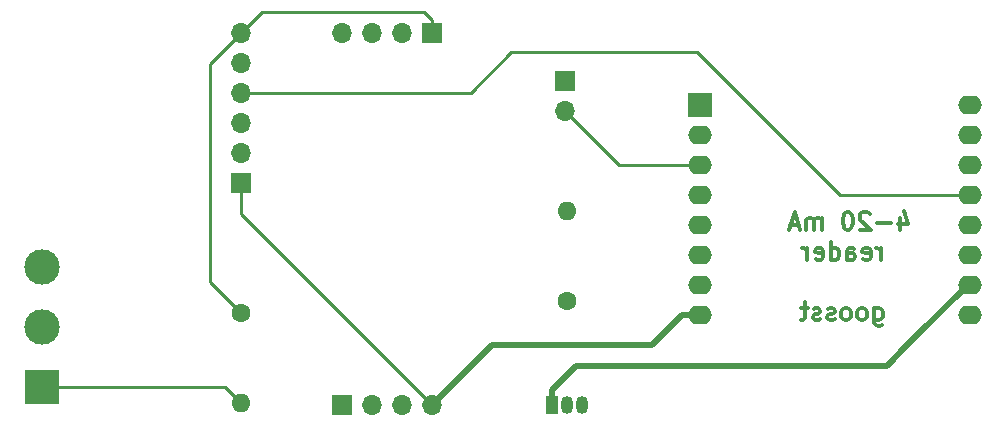
<source format=gbr>
G04 #@! TF.GenerationSoftware,KiCad,Pcbnew,5.1.4+dfsg1-1*
G04 #@! TF.CreationDate,2020-04-10T15:29:50+02:00*
G04 #@! TF.ProjectId,fubar,66756261-722e-46b6-9963-61645f706362,rev?*
G04 #@! TF.SameCoordinates,Original*
G04 #@! TF.FileFunction,Copper,L2,Bot*
G04 #@! TF.FilePolarity,Positive*
%FSLAX46Y46*%
G04 Gerber Fmt 4.6, Leading zero omitted, Abs format (unit mm)*
G04 Created by KiCad (PCBNEW 5.1.4+dfsg1-1) date 2020-04-10 15:29:50*
%MOMM*%
%LPD*%
G04 APERTURE LIST*
%ADD10C,0.300000*%
%ADD11O,1.700000X1.700000*%
%ADD12R,1.700000X1.700000*%
%ADD13O,1.050000X1.500000*%
%ADD14R,1.050000X1.500000*%
%ADD15R,3.000000X3.000000*%
%ADD16C,3.000000*%
%ADD17O,2.000000X1.600000*%
%ADD18R,2.000000X2.000000*%
%ADD19C,1.600000*%
%ADD20O,1.600000X1.600000*%
%ADD21C,0.800000*%
%ADD22C,0.250000*%
%ADD23C,0.500000*%
G04 APERTURE END LIST*
D10*
X201072142Y-79419571D02*
X201072142Y-80419571D01*
X201429285Y-78848142D02*
X201786428Y-79919571D01*
X200857857Y-79919571D01*
X200286428Y-79848142D02*
X199143571Y-79848142D01*
X198500714Y-79062428D02*
X198429285Y-78991000D01*
X198286428Y-78919571D01*
X197929285Y-78919571D01*
X197786428Y-78991000D01*
X197715000Y-79062428D01*
X197643571Y-79205285D01*
X197643571Y-79348142D01*
X197715000Y-79562428D01*
X198572142Y-80419571D01*
X197643571Y-80419571D01*
X196715000Y-78919571D02*
X196572142Y-78919571D01*
X196429285Y-78991000D01*
X196357857Y-79062428D01*
X196286428Y-79205285D01*
X196215000Y-79491000D01*
X196215000Y-79848142D01*
X196286428Y-80133857D01*
X196357857Y-80276714D01*
X196429285Y-80348142D01*
X196572142Y-80419571D01*
X196715000Y-80419571D01*
X196857857Y-80348142D01*
X196929285Y-80276714D01*
X197000714Y-80133857D01*
X197072142Y-79848142D01*
X197072142Y-79491000D01*
X197000714Y-79205285D01*
X196929285Y-79062428D01*
X196857857Y-78991000D01*
X196715000Y-78919571D01*
X194429285Y-80419571D02*
X194429285Y-79419571D01*
X194429285Y-79562428D02*
X194357857Y-79491000D01*
X194215000Y-79419571D01*
X194000714Y-79419571D01*
X193857857Y-79491000D01*
X193786428Y-79633857D01*
X193786428Y-80419571D01*
X193786428Y-79633857D02*
X193715000Y-79491000D01*
X193572142Y-79419571D01*
X193357857Y-79419571D01*
X193215000Y-79491000D01*
X193143571Y-79633857D01*
X193143571Y-80419571D01*
X192500714Y-79991000D02*
X191786428Y-79991000D01*
X192643571Y-80419571D02*
X192143571Y-78919571D01*
X191643571Y-80419571D01*
X199429285Y-82969571D02*
X199429285Y-81969571D01*
X199429285Y-82255285D02*
X199357857Y-82112428D01*
X199286428Y-82041000D01*
X199143571Y-81969571D01*
X199000714Y-81969571D01*
X197929285Y-82898142D02*
X198072142Y-82969571D01*
X198357857Y-82969571D01*
X198500714Y-82898142D01*
X198572142Y-82755285D01*
X198572142Y-82183857D01*
X198500714Y-82041000D01*
X198357857Y-81969571D01*
X198072142Y-81969571D01*
X197929285Y-82041000D01*
X197857857Y-82183857D01*
X197857857Y-82326714D01*
X198572142Y-82469571D01*
X196572142Y-82969571D02*
X196572142Y-82183857D01*
X196643571Y-82041000D01*
X196786428Y-81969571D01*
X197072142Y-81969571D01*
X197215000Y-82041000D01*
X196572142Y-82898142D02*
X196715000Y-82969571D01*
X197072142Y-82969571D01*
X197215000Y-82898142D01*
X197286428Y-82755285D01*
X197286428Y-82612428D01*
X197215000Y-82469571D01*
X197072142Y-82398142D01*
X196715000Y-82398142D01*
X196572142Y-82326714D01*
X195215000Y-82969571D02*
X195215000Y-81469571D01*
X195215000Y-82898142D02*
X195357857Y-82969571D01*
X195643571Y-82969571D01*
X195786428Y-82898142D01*
X195857857Y-82826714D01*
X195929285Y-82683857D01*
X195929285Y-82255285D01*
X195857857Y-82112428D01*
X195786428Y-82041000D01*
X195643571Y-81969571D01*
X195357857Y-81969571D01*
X195215000Y-82041000D01*
X193929285Y-82898142D02*
X194072142Y-82969571D01*
X194357857Y-82969571D01*
X194500714Y-82898142D01*
X194572142Y-82755285D01*
X194572142Y-82183857D01*
X194500714Y-82041000D01*
X194357857Y-81969571D01*
X194072142Y-81969571D01*
X193929285Y-82041000D01*
X193857857Y-82183857D01*
X193857857Y-82326714D01*
X194572142Y-82469571D01*
X193215000Y-82969571D02*
X193215000Y-81969571D01*
X193215000Y-82255285D02*
X193143571Y-82112428D01*
X193072142Y-82041000D01*
X192929285Y-81969571D01*
X192786428Y-81969571D01*
X198893571Y-87069571D02*
X198893571Y-88283857D01*
X198965000Y-88426714D01*
X199036428Y-88498142D01*
X199179285Y-88569571D01*
X199393571Y-88569571D01*
X199536428Y-88498142D01*
X198893571Y-87998142D02*
X199036428Y-88069571D01*
X199322142Y-88069571D01*
X199465000Y-87998142D01*
X199536428Y-87926714D01*
X199607857Y-87783857D01*
X199607857Y-87355285D01*
X199536428Y-87212428D01*
X199465000Y-87141000D01*
X199322142Y-87069571D01*
X199036428Y-87069571D01*
X198893571Y-87141000D01*
X197965000Y-88069571D02*
X198107857Y-87998142D01*
X198179285Y-87926714D01*
X198250714Y-87783857D01*
X198250714Y-87355285D01*
X198179285Y-87212428D01*
X198107857Y-87141000D01*
X197965000Y-87069571D01*
X197750714Y-87069571D01*
X197607857Y-87141000D01*
X197536428Y-87212428D01*
X197465000Y-87355285D01*
X197465000Y-87783857D01*
X197536428Y-87926714D01*
X197607857Y-87998142D01*
X197750714Y-88069571D01*
X197965000Y-88069571D01*
X196607857Y-88069571D02*
X196750714Y-87998142D01*
X196822142Y-87926714D01*
X196893571Y-87783857D01*
X196893571Y-87355285D01*
X196822142Y-87212428D01*
X196750714Y-87141000D01*
X196607857Y-87069571D01*
X196393571Y-87069571D01*
X196250714Y-87141000D01*
X196179285Y-87212428D01*
X196107857Y-87355285D01*
X196107857Y-87783857D01*
X196179285Y-87926714D01*
X196250714Y-87998142D01*
X196393571Y-88069571D01*
X196607857Y-88069571D01*
X195536428Y-87998142D02*
X195393571Y-88069571D01*
X195107857Y-88069571D01*
X194965000Y-87998142D01*
X194893571Y-87855285D01*
X194893571Y-87783857D01*
X194965000Y-87641000D01*
X195107857Y-87569571D01*
X195322142Y-87569571D01*
X195465000Y-87498142D01*
X195536428Y-87355285D01*
X195536428Y-87283857D01*
X195465000Y-87141000D01*
X195322142Y-87069571D01*
X195107857Y-87069571D01*
X194965000Y-87141000D01*
X194322142Y-87998142D02*
X194179285Y-88069571D01*
X193893571Y-88069571D01*
X193750714Y-87998142D01*
X193679285Y-87855285D01*
X193679285Y-87783857D01*
X193750714Y-87641000D01*
X193893571Y-87569571D01*
X194107857Y-87569571D01*
X194250714Y-87498142D01*
X194322142Y-87355285D01*
X194322142Y-87283857D01*
X194250714Y-87141000D01*
X194107857Y-87069571D01*
X193893571Y-87069571D01*
X193750714Y-87141000D01*
X193250714Y-87069571D02*
X192679285Y-87069571D01*
X193036428Y-86569571D02*
X193036428Y-87855285D01*
X192965000Y-87998142D01*
X192822142Y-88069571D01*
X192679285Y-88069571D01*
D11*
X153797000Y-63754000D03*
X156337000Y-63754000D03*
X158877000Y-63754000D03*
D12*
X161417000Y-63754000D03*
X153797000Y-95250000D03*
D11*
X156337000Y-95250000D03*
X158877000Y-95250000D03*
X161417000Y-95250000D03*
D12*
X145288000Y-76454000D03*
D11*
X145288000Y-73914000D03*
X145288000Y-71374000D03*
X145288000Y-68834000D03*
X145288000Y-66294000D03*
X145288000Y-63754000D03*
D12*
X172720000Y-67818000D03*
D11*
X172720000Y-70358000D03*
D13*
X172847000Y-95250000D03*
X174117000Y-95250000D03*
D14*
X171577000Y-95250000D03*
D15*
X128397000Y-93726000D03*
D16*
X128397000Y-88646000D03*
X128397000Y-83566000D03*
D17*
X184150000Y-72390000D03*
D18*
X184150000Y-69850000D03*
D17*
X184150000Y-74930000D03*
X184150000Y-77470000D03*
X184150000Y-80010000D03*
X184150000Y-82550000D03*
X184150000Y-85090000D03*
X184150000Y-87630000D03*
X207010000Y-87630000D03*
X207010000Y-85090000D03*
X207010000Y-82550000D03*
X207010000Y-80010000D03*
X207010000Y-77470000D03*
X207010000Y-74930000D03*
X207010000Y-72390000D03*
X207010000Y-69850000D03*
D19*
X172847000Y-86487000D03*
D20*
X172847000Y-78867000D03*
X145288000Y-95123000D03*
D19*
X145288000Y-87503000D03*
D21*
X171577000Y-95250000D03*
D22*
X160739000Y-61976000D02*
X161417000Y-62654000D01*
X147066000Y-61976000D02*
X160739000Y-61976000D01*
X161417000Y-62654000D02*
X161417000Y-63754000D01*
X145288000Y-63754000D02*
X147066000Y-61976000D01*
X142621000Y-66421000D02*
X145288000Y-63754000D01*
X142621000Y-84836000D02*
X142621000Y-66421000D01*
X145288000Y-87503000D02*
X142621000Y-84836000D01*
X183950000Y-87630000D02*
X184150000Y-87630000D01*
X145288000Y-79121000D02*
X161417000Y-95250000D01*
X145288000Y-76454000D02*
X145288000Y-79121000D01*
D23*
X182650000Y-87630000D02*
X180110000Y-90170000D01*
X184150000Y-87630000D02*
X182650000Y-87630000D01*
X166497000Y-90170000D02*
X161417000Y-95250000D01*
X180110000Y-90170000D02*
X166497000Y-90170000D01*
D22*
X171577000Y-95025000D02*
X171577000Y-95250000D01*
D23*
X207010000Y-85090000D02*
X206810000Y-85090000D01*
X171577000Y-94000000D02*
X173629000Y-91948000D01*
X171577000Y-95250000D02*
X171577000Y-94000000D01*
X199952000Y-91948000D02*
X202274500Y-89625500D01*
X206810000Y-85090000D02*
X202274500Y-89625500D01*
X173629000Y-91948000D02*
X199952000Y-91948000D01*
X202274500Y-89625500D02*
X201095000Y-90805000D01*
D22*
X171577000Y-95250000D02*
X171577000Y-95250000D01*
X207010000Y-77470000D02*
X205760000Y-77470000D01*
X195961000Y-77470000D02*
X207010000Y-77470000D01*
X183896000Y-65405000D02*
X195961000Y-77470000D01*
X168148000Y-65405000D02*
X183896000Y-65405000D01*
X145288000Y-68834000D02*
X164719000Y-68834000D01*
X164719000Y-68834000D02*
X168148000Y-65405000D01*
X177292000Y-74930000D02*
X172720000Y-70358000D01*
X184150000Y-74930000D02*
X177292000Y-74930000D01*
X143891000Y-93726000D02*
X145288000Y-95123000D01*
X128397000Y-93726000D02*
X143891000Y-93726000D01*
M02*

</source>
